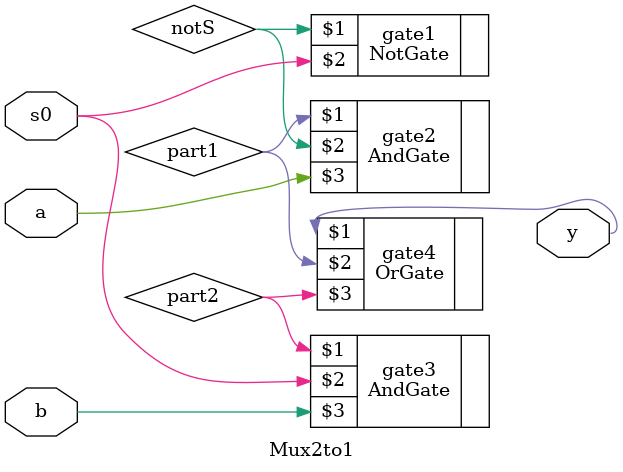
<source format=v>
module Mux2to1(y , a, b, s0);

output y;
input a, b, s0;

wire notS, part1, part2;

NotGate gate1(notS, s0); 
AndGate gate2(part1, notS, a);
AndGate gate3(part2, s0, b);

OrGate gate4(y, part1, part2);

endmodule

</source>
